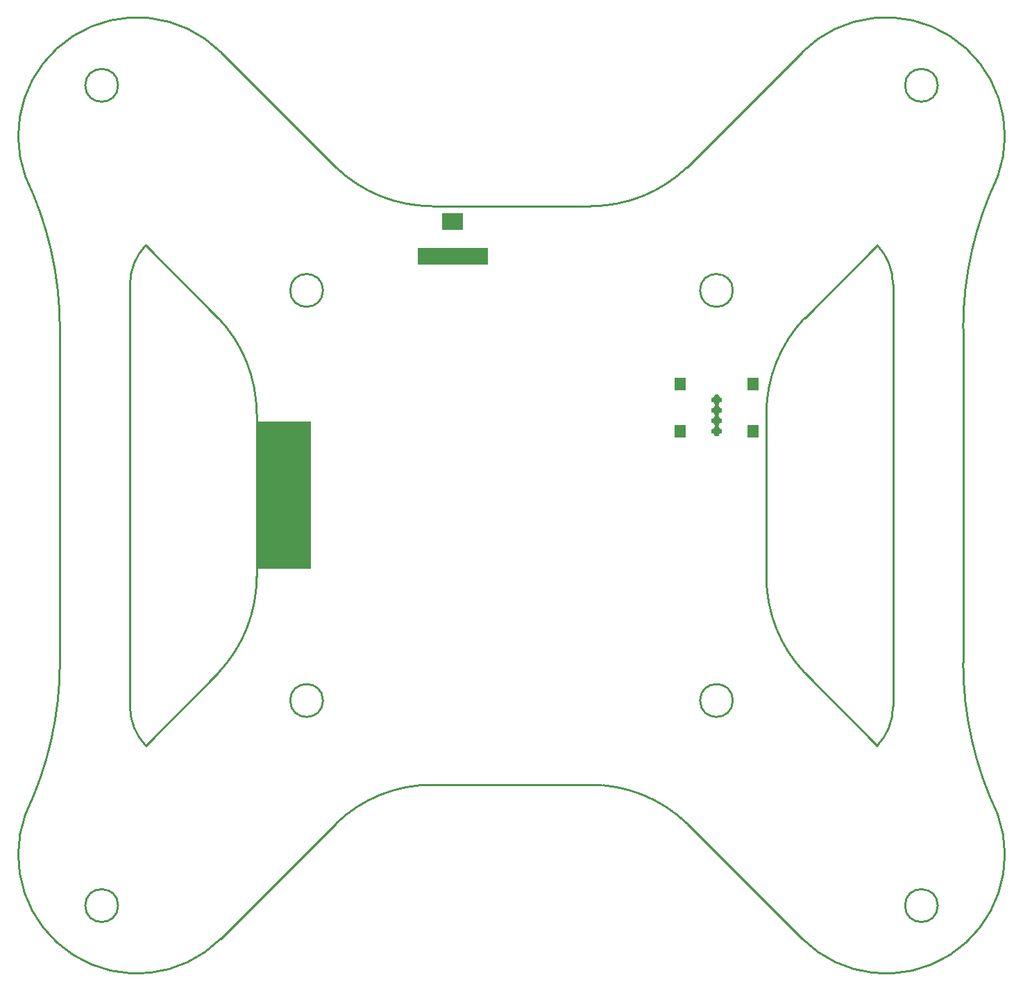
<source format=gko>
G04*
G04 #@! TF.GenerationSoftware,Altium Limited,Altium Designer,22.2.1 (43)*
G04*
G04 Layer_Color=16711935*
%FSLAX25Y25*%
%MOIN*%
G70*
G04*
G04 #@! TF.SameCoordinates,6F0AF130-F76F-4113-A5DE-7D687C79F967*
G04*
G04*
G04 #@! TF.FilePolarity,Positive*
G04*
G01*
G75*
%ADD17C,0.01000*%
%ADD81R,0.05610X0.06201*%
%ADD82R,0.25591X0.70866*%
G36*
X-23524Y127461D02*
X-33366D01*
Y135335D01*
X-23524D01*
Y127461D01*
D02*
G37*
G36*
X-11516Y110925D02*
X-44980D01*
Y118799D01*
X-11516D01*
Y110925D01*
D02*
G37*
G36*
X99375Y48361D02*
X99378Y48303D01*
X99382Y48224D01*
X99394Y48142D01*
X99410Y48063D01*
X99429Y47984D01*
X99453Y47905D01*
X99476Y47831D01*
X99508Y47756D01*
X99543Y47681D01*
X99583Y47610D01*
X99626Y47543D01*
X99669Y47476D01*
X99721Y47409D01*
X99772Y47350D01*
X99831Y47291D01*
X99890Y47232D01*
X99949Y47181D01*
X100016Y47130D01*
X100083Y47087D01*
X100150Y47043D01*
X100221Y47004D01*
X100295Y46968D01*
X100370Y46937D01*
X100445Y46913D01*
X100524Y46890D01*
X100602Y46870D01*
X100681Y46854D01*
X100764Y46843D01*
X100842Y46839D01*
X100925Y46835D01*
Y44937D01*
X100842Y44933D01*
X100764Y44929D01*
X100681Y44917D01*
X100602Y44902D01*
X100524Y44882D01*
X100445Y44858D01*
X100370Y44835D01*
X100295Y44803D01*
X100221Y44768D01*
X100150Y44728D01*
X100083Y44685D01*
X100016Y44642D01*
X99949Y44590D01*
X99890Y44539D01*
X99831Y44480D01*
X99772Y44421D01*
X99721Y44362D01*
X99669Y44295D01*
X99626Y44228D01*
X99583Y44161D01*
X99543Y44091D01*
X99508Y44016D01*
X99476Y43941D01*
X99453Y43866D01*
X99429Y43787D01*
X99410Y43709D01*
X99394Y43630D01*
X99382Y43547D01*
X99378Y43468D01*
X99375Y43411D01*
Y43361D01*
X99378Y43303D01*
X99382Y43224D01*
X99394Y43142D01*
X99410Y43063D01*
X99429Y42984D01*
X99453Y42906D01*
X99476Y42831D01*
X99508Y42756D01*
X99543Y42681D01*
X99583Y42610D01*
X99626Y42543D01*
X99669Y42476D01*
X99721Y42409D01*
X99772Y42350D01*
X99831Y42291D01*
X99890Y42232D01*
X99949Y42181D01*
X100016Y42130D01*
X100083Y42087D01*
X100150Y42043D01*
X100221Y42004D01*
X100295Y41969D01*
X100370Y41937D01*
X100445Y41913D01*
X100524Y41890D01*
X100602Y41870D01*
X100681Y41854D01*
X100764Y41842D01*
X100842Y41839D01*
X100925Y41835D01*
Y39937D01*
X100842Y39933D01*
X100764Y39929D01*
X100681Y39917D01*
X100602Y39902D01*
X100524Y39882D01*
X100445Y39858D01*
X100370Y39835D01*
X100295Y39803D01*
X100221Y39768D01*
X100150Y39728D01*
X100083Y39685D01*
X100016Y39642D01*
X99949Y39590D01*
X99890Y39539D01*
X99831Y39480D01*
X99772Y39421D01*
X99721Y39362D01*
X99669Y39295D01*
X99626Y39228D01*
X99583Y39161D01*
X99543Y39090D01*
X99508Y39016D01*
X99476Y38941D01*
X99453Y38866D01*
X99429Y38787D01*
X99410Y38709D01*
X99394Y38630D01*
X99382Y38547D01*
X99378Y38469D01*
X99375Y38411D01*
Y38361D01*
X99378Y38303D01*
X99382Y38224D01*
X99394Y38142D01*
X99410Y38063D01*
X99429Y37984D01*
X99453Y37905D01*
X99476Y37831D01*
X99508Y37756D01*
X99543Y37681D01*
X99583Y37610D01*
X99626Y37543D01*
X99669Y37476D01*
X99721Y37409D01*
X99772Y37350D01*
X99831Y37291D01*
X99890Y37232D01*
X99949Y37181D01*
X100016Y37130D01*
X100083Y37087D01*
X100150Y37043D01*
X100221Y37004D01*
X100295Y36968D01*
X100370Y36937D01*
X100445Y36913D01*
X100524Y36890D01*
X100602Y36870D01*
X100681Y36854D01*
X100764Y36843D01*
X100842Y36839D01*
X100925Y36835D01*
Y34937D01*
X100842Y34933D01*
X100764Y34929D01*
X100681Y34917D01*
X100602Y34902D01*
X100524Y34882D01*
X100445Y34858D01*
X100370Y34835D01*
X100295Y34803D01*
X100221Y34768D01*
X100150Y34728D01*
X100083Y34685D01*
X100016Y34642D01*
X99949Y34591D01*
X99890Y34539D01*
X99831Y34480D01*
X99772Y34421D01*
X99721Y34362D01*
X99669Y34295D01*
X99626Y34228D01*
X99583Y34161D01*
X99543Y34091D01*
X99508Y34016D01*
X99476Y33941D01*
X99453Y33866D01*
X99429Y33787D01*
X99410Y33709D01*
X99394Y33630D01*
X99382Y33547D01*
X99378Y33468D01*
X99375Y33411D01*
Y33361D01*
X99378Y33303D01*
X99382Y33224D01*
X99394Y33142D01*
X99410Y33063D01*
X99429Y32984D01*
X99453Y32906D01*
X99476Y32831D01*
X99508Y32756D01*
X99543Y32681D01*
X99583Y32610D01*
X99626Y32543D01*
X99669Y32476D01*
X99721Y32409D01*
X99772Y32350D01*
X99831Y32291D01*
X99890Y32232D01*
X99949Y32181D01*
X100016Y32130D01*
X100083Y32087D01*
X100150Y32043D01*
X100221Y32004D01*
X100295Y31969D01*
X100370Y31937D01*
X100445Y31913D01*
X100524Y31890D01*
X100602Y31870D01*
X100681Y31854D01*
X100764Y31842D01*
X100842Y31839D01*
X100925Y31835D01*
Y29937D01*
X100842Y29933D01*
X100764Y29929D01*
X100681Y29917D01*
X100602Y29902D01*
X100524Y29882D01*
X100445Y29858D01*
X100370Y29835D01*
X100295Y29803D01*
X100221Y29768D01*
X100150Y29728D01*
X100083Y29685D01*
X100016Y29642D01*
X99949Y29590D01*
X99890Y29539D01*
X99831Y29480D01*
X99772Y29421D01*
X99721Y29362D01*
X99669Y29295D01*
X99626Y29228D01*
X99583Y29161D01*
X99543Y29090D01*
X99508Y29016D01*
X99476Y28941D01*
X99453Y28866D01*
X99429Y28787D01*
X99410Y28709D01*
X99394Y28630D01*
X99382Y28547D01*
X99378Y28468D01*
X99375Y28411D01*
Y28386D01*
X97475D01*
Y28411D01*
X97473Y28468D01*
X97469Y28547D01*
X97457Y28630D01*
X97441Y28709D01*
X97421Y28787D01*
X97398Y28866D01*
X97374Y28941D01*
X97342Y29016D01*
X97307Y29090D01*
X97268Y29161D01*
X97224Y29228D01*
X97181Y29295D01*
X97130Y29362D01*
X97079Y29421D01*
X97020Y29480D01*
X96961Y29539D01*
X96902Y29590D01*
X96835Y29642D01*
X96768Y29685D01*
X96701Y29728D01*
X96630Y29768D01*
X96555Y29803D01*
X96480Y29835D01*
X96406Y29858D01*
X96327Y29882D01*
X96248Y29902D01*
X96169Y29917D01*
X96087Y29929D01*
X96008Y29933D01*
X95925Y29937D01*
Y31835D01*
X96008Y31839D01*
X96087Y31842D01*
X96169Y31854D01*
X96248Y31870D01*
X96327Y31890D01*
X96406Y31913D01*
X96480Y31937D01*
X96555Y31969D01*
X96630Y32004D01*
X96701Y32043D01*
X96768Y32087D01*
X96835Y32130D01*
X96902Y32181D01*
X96961Y32232D01*
X97020Y32291D01*
X97079Y32350D01*
X97130Y32409D01*
X97181Y32476D01*
X97224Y32543D01*
X97268Y32610D01*
X97307Y32681D01*
X97342Y32756D01*
X97374Y32831D01*
X97398Y32906D01*
X97421Y32984D01*
X97441Y33063D01*
X97457Y33142D01*
X97469Y33224D01*
X97473Y33303D01*
X97475Y33361D01*
Y33411D01*
X97473Y33468D01*
X97469Y33547D01*
X97457Y33630D01*
X97441Y33709D01*
X97421Y33787D01*
X97398Y33866D01*
X97374Y33941D01*
X97342Y34016D01*
X97307Y34091D01*
X97268Y34161D01*
X97224Y34228D01*
X97181Y34295D01*
X97130Y34362D01*
X97079Y34421D01*
X97020Y34480D01*
X96961Y34539D01*
X96902Y34591D01*
X96835Y34642D01*
X96768Y34685D01*
X96701Y34728D01*
X96630Y34768D01*
X96555Y34803D01*
X96480Y34835D01*
X96406Y34858D01*
X96327Y34882D01*
X96248Y34902D01*
X96169Y34917D01*
X96087Y34929D01*
X96008Y34933D01*
X95925Y34937D01*
Y36835D01*
X96008Y36839D01*
X96087Y36843D01*
X96169Y36854D01*
X96248Y36870D01*
X96327Y36890D01*
X96406Y36913D01*
X96480Y36937D01*
X96555Y36968D01*
X96630Y37004D01*
X96701Y37043D01*
X96768Y37087D01*
X96835Y37130D01*
X96902Y37181D01*
X96961Y37232D01*
X97020Y37291D01*
X97079Y37350D01*
X97130Y37409D01*
X97181Y37476D01*
X97224Y37543D01*
X97268Y37610D01*
X97307Y37681D01*
X97342Y37756D01*
X97374Y37831D01*
X97398Y37905D01*
X97421Y37984D01*
X97441Y38063D01*
X97457Y38142D01*
X97469Y38224D01*
X97473Y38303D01*
X97475Y38361D01*
Y38411D01*
X97473Y38469D01*
X97469Y38547D01*
X97457Y38630D01*
X97441Y38709D01*
X97421Y38787D01*
X97398Y38866D01*
X97374Y38941D01*
X97342Y39016D01*
X97307Y39090D01*
X97268Y39161D01*
X97224Y39228D01*
X97181Y39295D01*
X97130Y39362D01*
X97079Y39421D01*
X97020Y39480D01*
X96961Y39539D01*
X96902Y39590D01*
X96835Y39642D01*
X96768Y39685D01*
X96701Y39728D01*
X96630Y39768D01*
X96555Y39803D01*
X96480Y39835D01*
X96406Y39858D01*
X96327Y39882D01*
X96248Y39902D01*
X96169Y39917D01*
X96087Y39929D01*
X96008Y39933D01*
X95925Y39937D01*
Y41835D01*
X96008Y41839D01*
X96087Y41842D01*
X96169Y41854D01*
X96248Y41870D01*
X96327Y41890D01*
X96406Y41913D01*
X96480Y41937D01*
X96555Y41969D01*
X96630Y42004D01*
X96701Y42043D01*
X96768Y42087D01*
X96835Y42130D01*
X96902Y42181D01*
X96961Y42232D01*
X97020Y42291D01*
X97079Y42350D01*
X97130Y42409D01*
X97181Y42476D01*
X97224Y42543D01*
X97268Y42610D01*
X97307Y42681D01*
X97342Y42756D01*
X97374Y42831D01*
X97398Y42906D01*
X97421Y42984D01*
X97441Y43063D01*
X97457Y43142D01*
X97469Y43224D01*
X97473Y43303D01*
X97475Y43361D01*
Y43411D01*
X97473Y43468D01*
X97469Y43547D01*
X97457Y43630D01*
X97441Y43709D01*
X97421Y43787D01*
X97398Y43866D01*
X97374Y43941D01*
X97342Y44016D01*
X97307Y44091D01*
X97268Y44161D01*
X97224Y44228D01*
X97181Y44295D01*
X97130Y44362D01*
X97079Y44421D01*
X97020Y44480D01*
X96961Y44539D01*
X96902Y44590D01*
X96835Y44642D01*
X96768Y44685D01*
X96701Y44728D01*
X96630Y44768D01*
X96555Y44803D01*
X96480Y44835D01*
X96406Y44858D01*
X96327Y44882D01*
X96248Y44902D01*
X96169Y44917D01*
X96087Y44929D01*
X96008Y44933D01*
X95925Y44937D01*
Y46835D01*
X96008Y46839D01*
X96087Y46843D01*
X96169Y46854D01*
X96248Y46870D01*
X96327Y46890D01*
X96406Y46913D01*
X96480Y46937D01*
X96555Y46968D01*
X96630Y47004D01*
X96701Y47043D01*
X96768Y47087D01*
X96835Y47130D01*
X96902Y47181D01*
X96961Y47232D01*
X97020Y47291D01*
X97079Y47350D01*
X97130Y47409D01*
X97181Y47476D01*
X97224Y47543D01*
X97268Y47610D01*
X97307Y47681D01*
X97342Y47756D01*
X97374Y47831D01*
X97398Y47905D01*
X97421Y47984D01*
X97441Y48063D01*
X97457Y48142D01*
X97469Y48224D01*
X97473Y48303D01*
X97475Y48361D01*
Y48386D01*
X99375D01*
Y48361D01*
D02*
G37*
D17*
X-90650Y-98425D02*
G03*
X-90650Y-98425I-7874J0D01*
G01*
X106201D02*
G03*
X106201Y-98425I-7874J0D01*
G01*
X-189075Y-196850D02*
G03*
X-189075Y-196850I-7874J0D01*
G01*
X-189075Y196850D02*
G03*
X-189075Y196850I-7874J0D01*
G01*
X204626D02*
G03*
X204626Y196850I-7874J0D01*
G01*
X204626Y-196850D02*
G03*
X204626Y-196850I-7874J0D01*
G01*
X-90650Y98425D02*
G03*
X-90650Y98425I-7874J0D01*
G01*
X106201D02*
G03*
X106201Y98425I-7874J0D01*
G01*
X-175787Y120078D02*
G03*
X-183308Y101335I19595J-18743D01*
G01*
X-122496Y39068D02*
G03*
X-141012Y85300I-66974J0D01*
G01*
X-141013Y-85237D02*
G03*
X-122497Y-39005I-48458J46232D01*
G01*
X-183308Y-101336D02*
G03*
X-175787Y-120079I27115J0D01*
G01*
X175591D02*
G03*
X183111Y-101336I-19595J18743D01*
G01*
X122300Y-39005D02*
G03*
X140816Y-85237I66974J0D01*
G01*
X140815Y85300D02*
G03*
X122299Y39068I48458J-46232D01*
G01*
X183111Y101335D02*
G03*
X175590Y120078I-27116J0D01*
G01*
X37967Y138866D02*
G03*
X84112Y157382I0J66759D01*
G01*
X-233575Y-152971D02*
G03*
X-139702Y-212775I53565J-19496D01*
G01*
X233378Y152971D02*
G03*
X216817Y80176I151715J-72796D01*
G01*
X-38164Y-138866D02*
G03*
X-84309Y-157382I0J-66759D01*
G01*
Y157382D02*
G03*
X-38164Y138866I46145J48243D01*
G01*
X-139702Y212775D02*
G03*
X-233575Y152971I-40307J-40307D01*
G01*
X216817Y-80176D02*
G03*
X233378Y-152971I168275J0D01*
G01*
Y152971D02*
G03*
X139505Y212775I-53565J19496D01*
G01*
Y-212775D02*
G03*
X233378Y-152971I40307J40307D01*
G01*
X-217014Y80176D02*
G03*
X-233575Y152971I-168275J0D01*
G01*
X84112Y-157382D02*
G03*
X37967Y-138866I-46145J-48243D01*
G01*
X-233575Y-152971D02*
G03*
X-217014Y-80176I-151715J72796D01*
G01*
X-175789Y120076D02*
X-141012Y85300D01*
X-122496Y-39091D02*
Y39068D01*
X-122497Y-39091D02*
X-122496Y-39091D01*
X-122497Y-39091D02*
X-122496Y-39091D01*
X-141013Y-85300D02*
Y-85237D01*
X-175789Y-120077D02*
X-141013Y-85300D01*
X-183308Y-101336D02*
X-183308Y101335D01*
X183111D02*
X183111Y-101336D01*
X140816Y-85300D02*
X175593Y-120077D01*
X140816Y-85300D02*
Y-85237D01*
X122299Y-39091D02*
X122300Y-39091D01*
X122299Y-39091D02*
X122300Y-39091D01*
X122299Y-39091D02*
Y39068D01*
X140815Y85300D02*
X175592Y120076D01*
X-217014Y-80176D02*
Y80176D01*
X-139702Y-212775D02*
X-84309Y-157382D01*
X84112Y157382D02*
X139505Y212775D01*
X216817Y-80176D02*
Y80176D01*
X-139702Y212775D02*
X-84309Y157382D01*
X84112Y-157382D02*
X139505Y-212775D01*
X-38164Y138866D02*
X37967D01*
X-38164Y-138866D02*
X37967D01*
D81*
X81054Y30877D02*
D03*
Y53377D02*
D03*
X115798Y30896D02*
D03*
Y53396D02*
D03*
D82*
X-109252Y-0D02*
D03*
M02*

</source>
